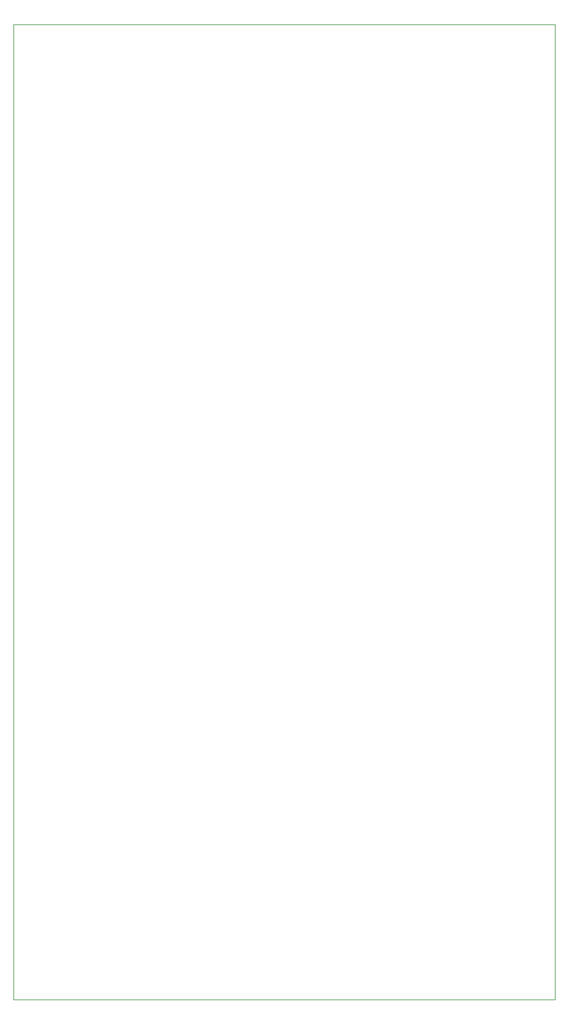
<source format=gbr>
%TF.GenerationSoftware,KiCad,Pcbnew,5.1.7-a382d34a8~87~ubuntu20.04.1*%
%TF.CreationDate,2020-10-21T09:53:46+02:00*%
%TF.ProjectId,7segment_part,37736567-6d65-46e7-945f-706172742e6b,rev?*%
%TF.SameCoordinates,Original*%
%TF.FileFunction,Profile,NP*%
%FSLAX46Y46*%
G04 Gerber Fmt 4.6, Leading zero omitted, Abs format (unit mm)*
G04 Created by KiCad (PCBNEW 5.1.7-a382d34a8~87~ubuntu20.04.1) date 2020-10-21 09:53:46*
%MOMM*%
%LPD*%
G01*
G04 APERTURE LIST*
%TA.AperFunction,Profile*%
%ADD10C,0.050000*%
%TD*%
G04 APERTURE END LIST*
D10*
X80000000Y-160000000D02*
X155000000Y-160000000D01*
X80000000Y-25000000D02*
X80000000Y-160000000D01*
X155000000Y-155000000D02*
X155000000Y-160000000D01*
X155000000Y-25000000D02*
X155000000Y-155000000D01*
X80000000Y-25000000D02*
X155000000Y-25000000D01*
M02*

</source>
